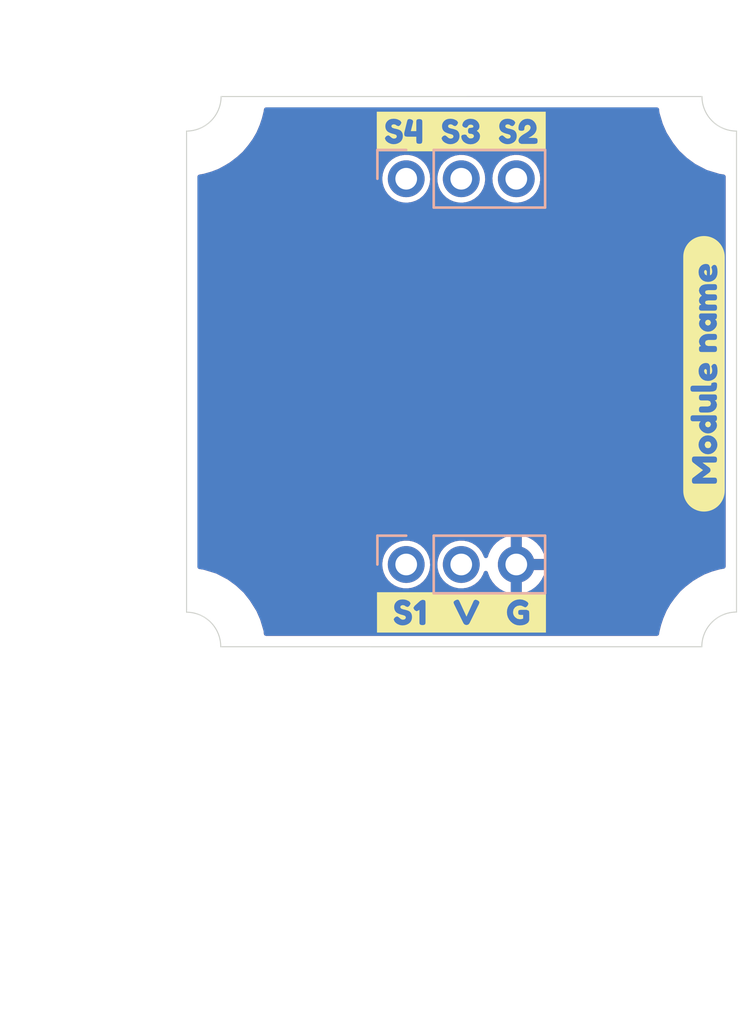
<source format=kicad_pcb>
(kicad_pcb (version 20211014) (generator pcbnew)
  (title_block (title "PRODUCT NAME"))
  (layers (0 "F.Cu" signal) (31 "B.Cu" signal) (34 "B.Paste" user) (35 "F.Paste" user) (36 "B.SilkS" user "B.Silkscreen") (37 "F.SilkS" user "F.Silkscreen") (38 "B.Mask" user) (39 "F.Mask" user) (44 "Edge.Cuts" user))
  (net 0 "")
  (net 1 "GND")
  (net 2 "V")
  (net 3 "S2")
  (net 4 "S1")
  (net 5 "S4")
  (net 6 "S3")
  (footprint "kibuzzard-63E39327" (layer "F.Cu") (at 89.3842 56.8384)
    (fp_text reference "kibuzzard-63E39327" hide)
    (fp_text value "G***" hide)
    (fp_poly (pts (xy -3.567824 -0.930804) (xy -3.898553 -0.930804) (xy -3.898553 0.930804) (xy -3.567824 0.930804) (xy -2.7051 0.930804) (xy -2.7051 0.600075) (xy -2.777728 0.595511) (xy -2.846388 0.581819) (xy -2.954338 0.536575) (xy -3.025775 0.486569) (xy -3.071813 0.43815) (xy -3.0861 0.420688) (xy -3.127375 0.329406) (xy -3.110309 0.282377) (xy -3.059113 0.22225) (xy -2.974975 0.18415) (xy -2.921794 0.203994) (xy -2.85115 0.263525) (xy -2.78765 0.315119) (xy -2.71145 0.339725) (xy -2.629429 0.326319) (xy -2.580217 0.286103) (xy -2.563813 0.219075) (xy -2.604294 0.157956) (xy -2.7051 0.122237) (xy -2.767806 0.107752) (xy -2.835275 0.086519) (xy -2.902744 0.05973) (xy -2.96545 0.028575) (xy -3.020814 -0.014486) (xy -3.066256 -0.076994) (xy -3.096617 -0.156567) (xy -3.106738 -0.250825) (xy -3.095184 -0.33999) (xy -3.060524 -0.421217) (xy -3.002756 -0.494506) (xy -2.925057 -0.552274) (xy -2.830601 -0.586934) (xy -2.719388 -0.598487) (xy -2.628305 -0.592336) (xy -2.545556 -0.573881) (xy -2.436813 -0.523875) (xy -2.397125 -0.493712) (xy -2.347913 -0.415925) (xy -2.386013 -0.328613) (xy -2.440781 -0.269081) (xy -2.497138 -0.249237) (xy -2.579688 -0.280987) (xy -2.597944 -0.296863) (xy -2.62255 -0.3175) (xy -2.707481 -0.338138) (xy -2.793206 -0.313531) (xy -2.827338 -0.245269) (xy -2.786856 -0.174625) (xy -2.68605 -0.138112) (xy -2.622947 -0.126008) (xy -2.554288 -0.108744) (xy -2.485628 -0.086717) (xy -2.422525 -0.060325) (xy -2.367161 -0.021233) (xy -2.321719 0.038894) (xy -2.291358 0.117673) (xy -2.281238 0.212725) (xy -2.291556 0.309761) (xy -2.322513 0.394494) (xy -2.370138 0.464145) (xy -2.430463 0.515938) (xy -2.518128 0.562681) (xy -2.609674 0.590726) (xy -2.7051 0.600075) (xy -2.7051 0.930804) (xy -1.800225 0.930804) (xy -1.800225 0.587375) (xy -1.879997 0.577056) (xy -1.922463 0.5461) (xy -1.937544 0.502444) (xy -1.939925 0.4445) (xy -1.939925 -0.122237) (xy -1.960563 -0.103187) (xy -2.071688 -0.053975) (xy -2.167731 -0.109537) (xy -2.217738 -0.207963) (xy -2.160588 -0.301625) (xy -1.900238 -0.536575) (xy -1.895475 -0.53975) (xy -1.805781 -0.581025) (xy -1.730375 -0.573087) (xy -1.6891 -0.554831) (xy -1.666875 -0.5207) (xy -1.658938 -0.436562) (xy -1.658938 0.447675) (xy -1.661319 0.502444) (xy -1.6764 0.544513) (xy -1.718469 0.576659) (xy -1.800225 0.587375) (xy -1.800225 0.930804) (xy 0.239712 0.930804) (xy 0.239712 0.582613) (xy 0.223838 0.582613) (xy 0.148431 0.561181) (xy 0.09525 0.504825) (xy -0.3429 -0.384175) (xy -0.366713 -0.460375) (xy -0.343297 -0.513556) (xy -0.27305 -0.561975) (xy -0.192881 -0.588963) (xy -0.150813 -0.582613) (xy -0.123825 -0.560388) (xy -0.097631 -0.518319) (xy -0.076398 -0.473869) (xy -0.036513 -0.386556) (xy 0.014486 -0.274439) (xy 0.069056 -0.155575) (xy 0.123825 -0.036711) (xy 0.175419 0.075406) (xy 0.214511 0.160139) (xy 0.231775 0.19685) (xy 0.549275 -0.498475) (xy 0.5715 -0.5461) (xy 0.64135 -0.588963) (xy 0.735012 -0.561975) (xy 0.805259 -0.513556) (xy 0.828675 -0.460375) (xy 0.804862 -0.384175) (xy 0.366712 0.504825) (xy 0.313531 0.561181) (xy 0.239712 0.582613) (xy 0.239712 0.930804) (xy 2.682875 0.930804) (xy 2.682875 0.600075) (xy 2.568476 0.588913) (xy 2.461816 0.555427) (xy 2.362895 0.499616) (xy 2.271712 0.421481) (xy 2.195314 0.327571) (xy 2.140744 0.224433) (xy 2.108002 0.112068) (xy 2.097087 -0.009525) (xy 2.1082 -0.130522) (xy 2.141537 -0.241102) (xy 2.1971 -0.341263) (xy 2.274887 -0.431006) (xy 2.367756 -0.504974) (xy 2.468563 -0.557808) (xy 2.577306 -0.589508) (xy 2.693987 -0.600075) (xy 2.816578 -0.586317) (xy 2.934582 -0.545042) (xy 3.048 -0.47625) (xy 3.090862 -0.405606) (xy 3.05435 -0.315913) (xy 2.995216 -0.252809) (xy 2.941637 -0.231775) (xy 2.8448 -0.275431) (xy 2.771775 -0.308173) (xy 2.68605 -0.319087) (xy 2.572147 -0.297855) (xy 2.471737 -0.234156) (xy 2.401491 -0.136128) (xy 2.378075 -0.011906) (xy 2.388658 0.075053) (xy 2.420408 0.152841) (xy 2.473325 0.221456) (xy 2.574925 0.293489) (xy 2.689225 0.3175) (xy 2.772172 0.310356) (xy 2.846387 0.288925) (xy 2.846387 0.115888) (xy 2.720975 0.115888) (xy 2.651125 0.103188) (xy 2.624138 0.065881) (xy 2.617787 -0.000794) (xy 2.624931 -0.068263) (xy 2.651125 -0.103187) (xy 2.727325 -0.117475) (xy 3.006725 -0.117475) (xy 3.1115 -0.073025) (xy 3.127375 0.015875) (xy 3.127375 0.365125) (xy 3.082925 0.461963) (xy 3.007916 0.522387) (xy 2.916238 0.565547) (xy 2.807891 0.591443) (xy 2.682875 0.600075) (xy 2.682875 0.930804) (xy 3.567824 0.930804) (xy 3.898553 0.930804) (xy 3.898553 -0.930804) (xy 3.567824 -0.930804) (xy -3.567824 -0.930804)) (layer "F.SilkS") (width 0) (fill solid))
  )
  (footprint "kibuzzard-63E392E0" (layer "F.Cu") (at 100.5742 45.8284 90)
    (fp_text reference "kibuzzard-63E392E0" hide)
    (fp_text value "G***" hide)
    (fp_poly (pts (xy 2.220913 0.187325) (xy 2.262188 0.281781) (xy 2.3622 0.32385) (xy 2.459831 0.280987) (xy 2.498725 0.186531) (xy 2.461419 0.090488) (xy 2.361406 0.046037) (xy 2.259806 0.090488) (xy 2.220913 0.187325)) (layer "F.SilkS") (width 0) (fill solid))
    (fp_poly (pts (xy -2.433637 0.282575) (xy -2.333625 0.325438) (xy -2.235994 0.282575) (xy -2.1971 0.188119) (xy -2.234406 0.092075) (xy -2.335212 0.047625) (xy -2.436812 0.091281) (xy -2.474912 0.187325) (xy -2.433637 0.282575)) (layer "F.SilkS") (width 0) (fill solid))
    (fp_poly (pts (xy -3.381375 0.300831) (xy -3.278187 0.339725) (xy -3.173412 0.300037) (xy -3.134122 0.250825) (xy -3.121025 0.182563) (xy -3.133328 0.114697) (xy -3.170237 0.066675) (xy -3.2766 0.028575) (xy -3.382962 0.068263) (xy -3.419872 0.117277) (xy -3.432175 0.184944) (xy -3.419475 0.252413) (xy -3.381375 0.300831)) (layer "F.SilkS") (width 0) (fill solid))
    (fp_poly (pts (xy -5.070475 -0.956204) (xy -5.401204 -0.956204) (xy -5.494928 -0.9516) (xy -5.58775 -0.937831) (xy -5.678776 -0.91503) (xy -5.767128 -0.883417) (xy -5.851956 -0.843297) (xy -5.932443 -0.795055) (xy -6.007814 -0.739156) (xy -6.077343 -0.676138) (xy -6.14036 -0.60661) (xy -6.196259 -0.531239) (xy -6.244501 -0.450752) (xy -6.284622 -0.365923) (xy -6.316234 -0.277571) (xy -6.339035 -0.186546) (xy -6.352804 -0.093724) (xy -6.357408 0) (xy -6.352804 0.093724) (xy -6.339035 0.186546) (xy -6.316234 0.277571) (xy -6.284622 0.365923) (xy -6.244501 0.450752) (xy -6.196259 0.531239) (xy -6.14036 0.60661) (xy -6.077343 0.676138) (xy -6.007814 0.739156) (xy -5.932443 0.795055) (xy -5.851956 0.843297) (xy -5.767128 0.883417) (xy -5.678776 0.91503) (xy -5.58775 0.937831) (xy -5.494928 0.9516) (xy -5.401204 0.956204) (xy -5.070475 0.956204) (xy -3.952875 0.956204) (xy -3.952875 0.60325) (xy -4.0259 0.595313) (xy -4.067175 0.576263) (xy -4.0894 0.544513) (xy -4.097337 0.461963) (xy -4.097337 -0.06985) (xy -4.146153 -0.006152) (xy -4.213225 0.086519) (xy -4.275534 0.173633) (xy -4.310062 0.220663) (xy -4.338637 0.257969) (xy -4.377531 0.286544) (xy -4.444206 0.3048) (xy -4.509294 0.288131) (xy -4.551362 0.255587) (xy -4.564062 0.238125) (xy -4.611291 0.176014) (xy -4.689475 0.069056) (xy -4.761706 -0.030361) (xy -4.791075 -0.06985) (xy -4.791075 0.465137) (xy -4.793456 0.519906) (xy -4.808537 0.560387) (xy -4.8514 0.592534) (xy -4.932362 0.60325) (xy -5.010944 0.592534) (xy -5.053012 0.560387) (xy -5.068094 0.519113) (xy -5.070475 0.461963) (xy -5.070475 -0.4191) (xy -5.068094 -0.473869) (xy -5.053012 -0.515937) (xy -5.01015 -0.546894) (xy -4.929187 -0.557213) (xy -4.855369 -0.546894) (xy -4.814887 -0.525463) (xy -4.805362 -0.515937) (xy -4.445 -0.042862) (xy -4.344225 -0.176022) (xy -4.257802 -0.289751) (xy -4.185729 -0.384048) (xy -4.128008 -0.458915) (xy -4.084637 -0.51435) (xy -4.039195 -0.546497) (xy -3.956844 -0.557213) (xy -3.875683 -0.546497) (xy -3.833812 -0.51435) (xy -3.818731 -0.471488) (xy -3.81635 -0.415925) (xy -3.81635 0.465137) (xy -3.831431 0.552053) (xy -3.876675 0.593725) (xy -3.952875 0.60325) (xy -3.952875 0.956204) (xy -3.2766 0.956204) (xy -3.2766 0.619125) (xy -3.379787 0.606227) (xy -3.4798 0.567531) (xy -3.570486 0.503634) (xy -3.645694 0.415131) (xy -3.696295 0.307777) (xy -3.713162 0.187325) (xy -3.698346 0.067733) (xy -3.653896 -0.037042) (xy -3.579812 -0.127) (xy -3.486679 -0.195792) (xy -3.385079 -0.237067) (xy -3.275012 -0.250825) (xy -3.165122 -0.237155) (xy -3.064051 -0.196144) (xy -2.9718 -0.127794) (xy -2.898599 -0.038276) (xy -2.854678 0.066234) (xy -2.840037 0.185738) (xy -2.857103 0.310158) (xy -2.9083 0.419894) (xy -2.983905 0.508794) (xy -3.074194 0.570706) (xy -3.173611 0.60702) (xy -3.2766 0.619125) (xy -3.2766 0.956204) (xy -2.066131 0.956204) (xy -2.066131 0.60325) (xy -2.152055 0.583803) (xy -2.189162 0.525463) (xy -2.268934 0.582613) (xy -2.3749 0.601663) (xy -2.467328 0.587816) (xy -2.554111 0.546276) (xy -2.63525 0.477044) (xy -2.700514 0.389378) (xy -2.739672 0.292541) (xy -2.752725 0.186531) (xy -2.739584 0.080433) (xy -2.700161 -0.016669) (xy -2.634456 -0.104775) (xy -2.553053 -0.174449) (xy -2.466534 -0.216253) (xy -2.3749 -0.230188) (xy -2.270522 -0.210344) (xy -2.192337 -0.150812) (xy -2.192337 -0.484187) (xy -2.189956 -0.538956) (xy -2.175669 -0.580231) (xy -2.1336 -0.612775) (xy -2.053431 -0.6223) (xy -1.973262 -0.612775) (xy -1.931194 -0.579437) (xy -1.916906 -0.537369) (xy -1.914525 -0.4826) (xy -1.914525 0.465137) (xy -1.916906 0.519906) (xy -1.931987 0.560387) (xy -1.97743 0.592534) (xy -2.066131 0.60325) (xy -2.066131 0.956204) (xy -1.0922 0.956204) (xy -1.0922 0.60325) (xy -1.170384 0.593725) (xy -1.211262 0.56515) (xy -1.227137 0.500063) (xy -1.255712 0.531813) (xy -1.298575 0.566738) (xy -1.41605 0.601663) (xy -1.516856 0.588169) (xy -1.605492 0.547688) (xy -1.681956 0.480219) (xy -1.740605 0.393347) (xy -1.775795 0.294658) (xy -1.787525 0.18415) (xy -1.787525 -0.093663) (xy -1.785144 -0.149225) (xy -1.77165 -0.1905) (xy -1.729581 -0.222647) (xy -1.647825 -0.233363) (xy -1.559719 -0.218281) (xy -1.51765 -0.173037) (xy -1.508125 -0.092075) (xy -1.508125 0.185738) (xy -1.470819 0.287337) (xy -1.370806 0.32385) (xy -1.269206 0.28575) (xy -1.230312 0.185738) (xy -1.230312 -0.09525) (xy -1.227931 -0.150019) (xy -1.21285 -0.192088) (xy -1.171972 -0.223044) (xy -1.090612 -0.233363) (xy -1.010047 -0.222647) (xy -0.968375 -0.1905) (xy -0.954881 -0.148431) (xy -0.9525 -0.093663) (xy -0.9525 0.468313) (xy -0.954881 0.521494) (xy -0.969962 0.561975) (xy -1.012428 0.592931) (xy -1.0922 0.60325) (xy -1.0922 0.956204) (xy -0.4953 0.956204) (xy -0.4953 0.605631) (xy -0.6223 0.598488) (xy -0.723106 0.570309) (xy -0.78105 0.517525) (xy -0.814387 0.416719) (xy -0.8255 0.269875) (xy -0.8255 -0.485775) (xy -0.823119 -0.540544) (xy -0.809625 -0.582613) (xy -0.767556 -0.614759) (xy -0.6858 -0.625475) (xy -0.607219 -0.614759) (xy -0.56515 -0.582613) (xy -0.550069 -0.53975) (xy -0.547687 -0.484187) (xy -0.547687 0.250825) (xy -0.538162 0.323056) (xy -0.496094 0.338138) (xy -0.452437 0.340519) (xy -0.42545 0.354012) (xy -0.3937 0.466725) (xy -0.401637 0.547291) (xy -0.42545 0.588963) (xy -0.4953 0.605631) (xy -0.4953 0.956204) (xy 0.12065 0.956204) (xy 0.12065 0.625475) (xy 0.009724 0.615355) (xy -0.088106 0.584994) (xy -0.169267 0.537964) (xy -0.230187 0.477837) (xy -0.28575 0.388761) (xy -0.319087 0.292982) (xy -0.3302 0.1905) (xy -0.315824 0.066058) (xy -0.272697 -0.040569) (xy -0.200819 -0.129381) (xy -0.107421 -0.195968) (xy 0.000265 -0.23592) (xy 0.122238 -0.249238) (xy 0.225227 -0.239514) (xy 0.313531 -0.210344) (xy 0.387152 -0.161727) (xy 0.446088 -0.093663) (xy 0.486569 -0.007342) (xy 0.500063 0.086519) (xy 0.487958 0.17145) (xy 0.451644 0.230981) (xy 0.344488 0.277813) (xy -0.03175 0.277813) (xy 0.020638 0.352425) (xy 0.125413 0.382588) (xy 0.207566 0.377825) (xy 0.269875 0.363538) (xy 0.287338 0.357188) (xy 0.350838 0.339725) (xy 0.43815 0.411163) (xy 0.458788 0.484187) (xy 0.437654 0.546001) (xy 0.374253 0.590153) (xy 0.268585 0.616645) (xy 0.12065 0.625475) (xy 0.12065 0.956204) (xy 1.700213 0.956204) (xy 1.700213 0.60325) (xy 1.611313 0.588566) (xy 1.570038 0.544513) (xy 1.560513 0.46355) (xy 1.560513 0.18415) (xy 1.523206 0.08255) (xy 1.423194 0.046037) (xy 1.321594 0.084138) (xy 1.2827 0.18415) (xy 1.2827 0.465137) (xy 1.280319 0.519906) (xy 1.265238 0.560387) (xy 1.224359 0.592534) (xy 1.143 0.60325) (xy 1.062434 0.592534) (xy 1.020763 0.560387) (xy 1.007269 0.518319) (xy 1.004888 0.46355) (xy 1.004888 -0.098425) (xy 1.007269 -0.151606) (xy 1.02235 -0.192088) (xy 1.064022 -0.221853) (xy 1.144588 -0.231775) (xy 1.222772 -0.222647) (xy 1.26365 -0.195263) (xy 1.279525 -0.130175) (xy 1.3081 -0.161925) (xy 1.350963 -0.195263) (xy 1.470025 -0.231775) (xy 1.569949 -0.218281) (xy 1.658056 -0.1778) (xy 1.734344 -0.110331) (xy 1.792993 -0.02346) (xy 1.828183 0.07523) (xy 1.839913 0.185738) (xy 1.839913 0.465137) (xy 1.837531 0.519906) (xy 1.824038 0.560387) (xy 1.781969 0.592534) (xy 1.700213 0.60325) (xy 1.700213 0.956204) (xy 2.661444 0.956204) (xy 2.661444 0.601663) (xy 2.545556 0.580231) (xy 2.511425 0.517525) (xy 2.433042 0.580628) (xy 2.315369 0.601663) (xy 2.226028 0.587728) (xy 2.141097 0.545924) (xy 2.060575 0.47625) (xy 1.995311 0.388144) (xy 1.956153 0.291042) (xy 1.9431 0.184944) (xy 1.956241 0.078934) (xy 1.995664 -0.017903) (xy 2.061369 -0.105569) (xy 2.142772 -0.174801) (xy 2.229291 -0.216341) (xy 2.320925 -0.230188) (xy 2.41935 -0.211138) (xy 2.481263 -0.175419) (xy 2.509838 -0.142875) (xy 2.545953 -0.20955) (xy 2.63525 -0.231775) (xy 2.727325 -0.22225) (xy 2.769394 -0.188912) (xy 2.783681 -0.146844) (xy 2.786063 -0.092075) (xy 2.786063 0.46355) (xy 2.783681 0.518319) (xy 2.770188 0.560387) (xy 2.731889 0.591344) (xy 2.661444 0.601663) (xy 2.661444 0.956204) (xy 3.997325 0.956204) (xy 3.997325 0.604838) (xy 3.916759 0.593725) (xy 3.875088 0.560387) (xy 3.861594 0.518319) (xy 3.859213 0.46355) (xy 3.859213 0.185738) (xy 3.834606 0.082153) (xy 3.760788 0.047625) (xy 3.685381 0.084138) (xy 3.665538 0.187325) (xy 3.665538 0.465137) (xy 3.663156 0.5207) (xy 3.648075 0.561975) (xy 3.606006 0.594122) (xy 3.52425 0.604838) (xy 3.443684 0.593725) (xy 3.402013 0.560387) (xy 3.388519 0.518319) (xy 3.386138 0.46355) (xy 3.386138 0.185738) (xy 3.361531 0.082153) (xy 3.287713 0.047625) (xy 3.216275 0.082153) (xy 3.192463 0.185738) (xy 3.192463 0.466725) (xy 3.190081 0.521494) (xy 3.175 0.563563) (xy 3.132138 0.594519) (xy 3.051175 0.604838) (xy 2.970609 0.594122) (xy 2.928938 0.561975) (xy 2.915444 0.5207) (xy 2.913063 0.465137) (xy 2.913063 -0.093663) (xy 2.915444 -0.148431) (xy 2.930525 -0.188912) (xy 2.970609 -0.221059) (xy 3.043238 -0.231775) (xy 3.159125 -0.2032) (xy 3.186113 -0.12065) (xy 3.268266 -0.205184) (xy 3.3655 -0.233363) (xy 3.464278 -0.218017) (xy 3.544711 -0.171979) (xy 3.6068 -0.09525) (xy 3.648869 -0.145256) (xy 3.72745 -0.202406) (xy 3.838575 -0.233363) (xy 3.955256 -0.208955) (xy 4.0513 -0.135731) (xy 4.098925 -0.056444) (xy 4.1275 0.051241) (xy 4.137025 0.187325) (xy 4.137025 0.465137) (xy 4.134644 0.519906) (xy 4.119563 0.561975) (xy 4.078684 0.594122) (xy 3.997325 0.604838) (xy 3.997325 0.956204) (xy 4.691063 0.956204) (xy 4.691063 0.625475) (xy 4.580136 0.615355) (xy 4.482306 0.584994) (xy 4.401145 0.537964) (xy 4.340225 0.477837) (xy 4.284663 0.388761) (xy 4.251325 0.292982) (xy 4.240213 0.1905) (xy 4.254588 0.066058) (xy 4.297715 -0.040569) (xy 4.369594 -0.129381) (xy 4.462992 -0.195968) (xy 4.570677 -0.23592) (xy 4.69265 -0.249238) (xy 4.795639 -0.239514) (xy 4.883944 -0.210344) (xy 4.957564 -0.161727) (xy 5.0165 -0.093663) (xy 5.056981 -0.007342) (xy 5.070475 0.086519) (xy 5.05837 0.17145) (xy 5.022056 0.230981) (xy 4.9149 0.277813) (xy 4.538663 0.277813) (xy 4.59105 0.352425) (xy 4.695825 0.382588) (xy 4.777978 0.377825) (xy 4.840288 0.363538) (xy 4.85775 0.357188) (xy 4.92125 0.339725) (xy 5.008563 0.411163) (xy 5.0292 0.484187) (xy 5.008066 0.546001) (xy 4.944666 0.590153) (xy 4.838998 0.616645) (xy 4.691063 0.625475) (xy 4.691063 0.956204) (xy 5.070475 0.956204) (xy 5.401204 0.956204) (xy 5.494929 0.9516) (xy 5.58775 0.937831) (xy 5.678776 0.91503) (xy 5.767128 0.883417) (xy 5.851956 0.843297) (xy 5.932443 0.795055) (xy 6.007814 0.739156) (xy 6.077343 0.676138) (xy 6.14036 0.606609) (xy 6.196259 0.531239) (xy 6.244501 0.450751) (xy 6.284622 0.365923) (xy 6.316234 0.277571) (xy 6.339035 0.186546) (xy 6.352804 0.093724) (xy 6.357408 0) (xy 6.352804 -0.093724) (xy 6.339035 -0.186546) (xy 6.316234 -0.277571) (xy 6.284622 -0.365923) (xy 6.244501 -0.450751) (xy 6.196259 -0.531239) (xy 6.14036 -0.606609) (xy 6.077343 -0.676138) (xy 6.007814 -0.739156) (xy 5.932443 -0.795055) (xy 5.851956 -0.843297) (xy 5.767128 -0.883417) (xy 5.678776 -0.91503) (xy 5.58775 -0.937831) (xy 5.494929 -0.9516) (xy 5.401204 -0.956204) (xy 5.070475 -0.956204) (xy -5.070475 -0.956204)) (layer "F.SilkS") (width 0) (fill solid))
    (fp_poly (pts (xy 4.735513 0.13335) (xy 4.795838 0.08255) (xy 4.768056 0.023812) (xy 4.688681 0.001587) (xy 4.586288 0.043656) (xy 4.535488 0.13335) (xy 4.735513 0.13335)) (layer "F.SilkS") (width 0) (fill solid))
    (fp_poly (pts (xy 0.1651 0.13335) (xy 0.225425 0.08255) (xy 0.197644 0.023812) (xy 0.118269 0.001587) (xy 0.015875 0.043656) (xy -0.034925 0.13335) (xy 0.1651 0.13335)) (layer "F.SilkS") (width 0) (fill solid))
  )
  (footprint "kibuzzard-63E393AD" (layer "F.Cu") (at 89.3742 34.6484)
    (fp_text reference "kibuzzard-63E393AD" hide)
    (fp_text value "G***" hide)
    (fp_poly (pts (xy -3.574438 -0.913744) (xy -3.898553 -0.913744) (xy -3.898553 0.913744) (xy -3.574438 0.913744) (xy -3.109944 0.913744) (xy -3.109944 0.584962) (xy -3.18112 0.580489) (xy -3.248406 0.567071) (xy -3.354197 0.522732) (xy -3.424206 0.473726) (xy -3.469323 0.426276) (xy -3.483324 0.409162) (xy -3.523774 0.319707) (xy -3.507049 0.273618) (xy -3.456877 0.214693) (xy -3.374422 0.177355) (xy -3.322304 0.196802) (xy -3.253073 0.255143) (xy -3.190843 0.305705) (xy -3.116167 0.329819) (xy -3.035787 0.316682) (xy -2.987559 0.277269) (xy -2.971483 0.211582) (xy -3.011154 0.151686) (xy -3.109944 0.116681) (xy -3.171396 0.102485) (xy -3.237516 0.081677) (xy -3.303635 0.055424) (xy -3.365087 0.024892) (xy -3.419344 -0.017308) (xy -3.463877 -0.078565) (xy -3.493631 -0.156547) (xy -3.503549 -0.24892) (xy -3.492227 -0.336301) (xy -3.458259 -0.415904) (xy -3.401647 -0.487728) (xy -3.325502 -0.54434) (xy -3.232935 -0.578307) (xy -3.123946 -0.589629) (xy -3.034685 -0.583601) (xy -2.953591 -0.565515) (xy -2.847023 -0.516509) (xy -2.808129 -0.48695) (xy -2.759901 -0.410718) (xy -2.797239 -0.325152) (xy -2.850912 -0.266811) (xy -2.906141 -0.247364) (xy -2.98704 -0.278479) (xy -3.004931 -0.294037) (xy -3.029045 -0.314262) (xy -3.112278 -0.334486) (xy -3.196288 -0.310372) (xy -3.229737 -0.243475) (xy -3.190065 -0.174244) (xy -3.091275 -0.138462) (xy -3.029434 -0.126599) (xy -2.962148 -0.10968) (xy -2.894862 -0.088094) (xy -2.833021 -0.06223) (xy -2.778764 -0.02392) (xy -2.734231 0.035004) (xy -2.704477 0.112208) (xy -2.694559 0.205359) (xy -2.704671 0.300454) (xy -2.735009 0.383492) (xy -2.781681 0.451751) (xy -2.8408 0.502507) (xy -2.926711 0.548315) (xy -3.016426 0.5758) (xy -3.109944 0.584962) (xy -3.109944 0.913744) (xy -1.932242 0.913744) (xy -1.932242 0.567849) (xy -2.003806 0.56007) (xy -2.044256 0.541401) (xy -2.06448 0.510286) (xy -2.073815 0.429387) (xy -2.073815 0.239585) (xy -2.495423 0.239585) (xy -2.582156 0.224806) (xy -2.62455 0.180467) (xy -2.632329 0.11357) (xy -2.627662 0.05134) (xy -2.498535 -0.469837) (xy -2.482199 -0.524288) (xy -2.454196 -0.56007) (xy -2.400522 -0.577183) (xy -2.328958 -0.566293) (xy -2.247281 -0.526621) (xy -2.220055 -0.466725) (xy -2.230946 -0.401384) (xy -2.232501 -0.396716) (xy -2.327402 -0.017113) (xy -2.073815 -0.017113) (xy -2.073815 -0.441833) (xy -2.071481 -0.494729) (xy -2.056702 -0.533622) (xy -2.013918 -0.563959) (xy -1.934575 -0.572516) (xy -1.85601 -0.562404) (xy -1.814005 -0.529733) (xy -1.799225 -0.488506) (xy -1.796891 -0.434054) (xy -1.796891 0.430943) (xy -1.811671 0.520398) (xy -1.856788 0.558514) (xy -1.932242 0.567849) (xy -1.932242 0.913744) (xy -0.494729 0.913744) (xy -0.494729 0.584962) (xy -0.565904 0.580489) (xy -0.63319 0.567071) (xy -0.738981 0.522732) (xy -0.80899 0.473726) (xy -0.854107 0.426276) (xy -0.868109 0.409162) (xy -0.908558 0.319707) (xy -0.891834 0.273618) (xy -0.841661 0.214693) (xy -0.759206 0.177355) (xy -0.707088 0.196802) (xy -0.637858 0.255143) (xy -0.575628 0.305705) (xy -0.500952 0.329819) (xy -0.420571 0.316682) (xy -0.372343 0.277269) (xy -0.356267 0.211582) (xy -0.395938 0.151686) (xy -0.494729 0.116681) (xy -0.556181 0.102485) (xy -0.6223 0.081677) (xy -0.688419 0.055424) (xy -0.749872 0.024892) (xy -0.804128 -0.017308) (xy -0.848662 -0.078565) (xy -0.878415 -0.156547) (xy -0.888333 -0.24892) (xy -0.877011 -0.336301) (xy -0.843044 -0.415904) (xy -0.786432 -0.487728) (xy -0.710286 -0.54434) (xy -0.617719 -0.578307) (xy -0.50873 -0.589629) (xy -0.419469 -0.583601) (xy -0.338376 -0.565515) (xy -0.231807 -0.516509) (xy -0.192913 -0.48695) (xy -0.144685 -0.410718) (xy -0.182023 -0.325152) (xy -0.235696 -0.266811) (xy -0.290925 -0.247364) (xy -0.371824 -0.278479) (xy -0.389715 -0.294037) (xy -0.41383 -0.314262) (xy -0.497062 -0.334486) (xy -0.581073 -0.310372) (xy -0.614521 -0.243475) (xy -0.57485 -0.174244) (xy -0.47606 -0.138462) (xy -0.414218 -0.126599) (xy -0.346932 -0.10968) (xy -0.279646 -0.088094) (xy -0.217805 -0.06223) (xy -0.163548 -0.02392) (xy -0.119015 0.035004) (xy -0.089261 0.112208) (xy -0.079343 0.205359) (xy -0.089456 0.300454) (xy -0.119793 0.383492) (xy -0.166465 0.451751) (xy -0.225584 0.502507) (xy -0.311496 0.548315) (xy -0.401211 0.5758) (xy -0.494729 0.584962) (xy -0.494729 0.913744) (xy 0.429387 0.913744) (xy 0.429387 0.589629) (xy 0.311841 0.577529) (xy 0.208125 0.541228) (xy 0.118237 0.480727) (xy 0.074287 0.43211) (xy 0.035782 0.370268) (xy 0.018669 0.329819) (xy 0.015557 0.314261) (xy -0.001556 0.230251) (xy 0.03656 0.162576) (xy 0.150908 0.140017) (xy 0.233363 0.155575) (xy 0.280035 0.236474) (xy 0.365601 0.31115) (xy 0.430943 0.320484) (xy 0.502507 0.312122) (xy 0.552291 0.287036) (xy 0.591185 0.211582) (xy 0.553069 0.137684) (xy 0.462836 0.105791) (xy 0.392049 0.102679) (xy 0.351599 0.087122) (xy 0.320096 0.047061) (xy 0.309594 -0.032671) (xy 0.323985 -0.119404) (xy 0.367157 -0.161798) (xy 0.448056 -0.169577) (xy 0.536734 -0.184745) (xy 0.566293 -0.230251) (xy 0.535178 -0.292481) (xy 0.448834 -0.32204) (xy 0.360934 -0.303371) (xy 0.320484 -0.266033) (xy 0.31115 -0.247364) (xy 0.267589 -0.189024) (xy 0.208471 -0.169577) (xy 0.122904 -0.19758) (xy 0.064564 -0.246197) (xy 0.045117 -0.301816) (xy 0.080899 -0.407607) (xy 0.115125 -0.456613) (xy 0.179689 -0.518065) (xy 0.282369 -0.566293) (xy 0.352183 -0.582628) (xy 0.429387 -0.588074) (xy 0.54797 -0.575973) (xy 0.648575 -0.539672) (xy 0.731202 -0.479171) (xy 0.792568 -0.403544) (xy 0.829388 -0.321867) (xy 0.841661 -0.23414) (xy 0.828178 -0.151772) (xy 0.787728 -0.086171) (xy 0.720312 -0.037338) (xy 0.720312 -0.026448) (xy 0.766207 0.007001) (xy 0.815213 0.057563) (xy 0.853718 0.127571) (xy 0.866553 0.206915) (xy 0.852724 0.311409) (xy 0.811237 0.402939) (xy 0.742093 0.481505) (xy 0.652032 0.541574) (xy 0.547797 0.577615) (xy 0.429387 0.589629) (xy 0.429387 0.913744) (xy 2.145379 0.913744) (xy 2.145379 0.584962) (xy 2.074204 0.580489) (xy 2.006917 0.567071) (xy 1.901126 0.522732) (xy 1.831118 0.473726) (xy 1.786001 0.426276) (xy 1.771999 0.409162) (xy 1.73155 0.319707) (xy 1.748274 0.273618) (xy 1.798447 0.214693) (xy 1.880902 0.177355) (xy 1.933019 0.196802) (xy 2.00225 0.255143) (xy 2.06448 0.305705) (xy 2.139156 0.329819) (xy 2.219537 0.316682) (xy 2.267765 0.277269) (xy 2.283841 0.211582) (xy 2.244169 0.151686) (xy 2.145379 0.116681) (xy 2.083927 0.102485) (xy 2.017808 0.081677) (xy 1.951688 0.055424) (xy 1.890236 0.024892) (xy 1.835979 -0.017308) (xy 1.791446 -0.078565) (xy 1.761692 -0.156547) (xy 1.751775 -0.24892) (xy 1.763097 -0.336301) (xy 1.797064 -0.415904) (xy 1.853676 -0.487728) (xy 1.929821 -0.54434) (xy 2.022389 -0.578307) (xy 2.131378 -0.589629) (xy 2.220639 -0.583601) (xy 2.301732 -0.565515) (xy 2.408301 -0.516509) (xy 2.447195 -0.48695) (xy 2.495423 -0.410718) (xy 2.458085 -0.325152) (xy 2.404412 -0.266811) (xy 2.349183 -0.247364) (xy 2.268283 -0.278479) (xy 2.250392 -0.294037) (xy 2.226278 -0.314262) (xy 2.143046 -0.334486) (xy 2.059035 -0.310372) (xy 2.025586 -0.243475) (xy 2.065258 -0.174244) (xy 2.164048 -0.138462) (xy 2.225889 -0.126599) (xy 2.293176 -0.10968) (xy 2.360462 -0.088094) (xy 2.422303 -0.06223) (xy 2.47656 -0.02392) (xy 2.521093 0.035004) (xy 2.550847 0.112208) (xy 2.560764 0.205359) (xy 2.550652 0.300454) (xy 2.520315 0.383492) (xy 2.473643 0.451751) (xy 2.414524 0.502507) (xy 2.328612 0.548315) (xy 2.238897 0.5758) (xy 2.145379 0.584962) (xy 2.145379 0.913744) (xy 3.383756 0.913744) (xy 3.383756 0.572516) (xy 2.775458 0.572516) (xy 2.679002 0.530511) (xy 2.638552 0.432498) (xy 2.653137 0.351794) (xy 2.696893 0.277701) (xy 2.761262 0.211971) (xy 2.837688 0.156353) (xy 2.920143 0.10618) (xy 3.002598 0.056785) (xy 3.079024 0.004473) (xy 3.143393 -0.054451) (xy 3.187148 -0.118626) (xy 3.201734 -0.18669) (xy 3.190843 -0.226362) (xy 3.166729 -0.268367) (xy 3.125502 -0.298704) (xy 3.047714 -0.312706) (xy 2.96137 -0.276146) (xy 2.920143 -0.203803) (xy 2.91392 -0.168021) (xy 2.91392 -0.158687) (xy 2.911586 -0.107347) (xy 2.896807 -0.068453) (xy 2.854801 -0.04045) (xy 2.775458 -0.031115) (xy 2.688725 -0.045895) (xy 2.646331 -0.090234) (xy 2.638552 -0.169577) (xy 2.65143 -0.273726) (xy 2.690065 -0.370441) (xy 2.754455 -0.459724) (xy 2.839676 -0.531029) (xy 2.9408 -0.573812) (xy 3.057827 -0.588074) (xy 3.17494 -0.57364) (xy 3.276323 -0.530338) (xy 3.361976 -0.458168) (xy 3.426799 -0.367503) (xy 3.465692 -0.268713) (xy 3.478657 -0.161798) (xy 3.468934 -0.075454) (xy 3.439763 0.006223) (xy 3.39698 0.077787) (xy 3.346418 0.133794) (xy 3.237516 0.21975) (xy 3.141059 0.272256) (xy 3.102166 0.287814) (xy 3.102166 0.295592) (xy 3.386868 0.295592) (xy 3.477879 0.310372) (xy 3.514439 0.355489) (xy 3.523774 0.434832) (xy 3.513661 0.513397) (xy 3.480213 0.553847) (xy 3.383756 0.572516) (xy 3.383756 0.913744) (xy 3.574438 0.913744) (xy 3.898553 0.913744) (xy 3.898553 -0.913744) (xy 3.574438 -0.913744) (xy -3.574438 -0.913744)) (layer "F.SilkS") (width 0) (fill solid))
  )
  (footprint "Connector_PinHeader_2.54mm:PinHeader_1x03_P2.54mm_Vertical" (layer "B.Cu") (at 86.8342 36.8284 -90)
    (property "Reference" "J1")
    (property "Value" "UP (A)")
    (fp_text reference "J1" hide)
    (fp_text value "UP")
    (fp_line (start -1.33 1.33) (end 0 1.33) (layer "B.SilkS") (width 0.12))
    (fp_line (start -1.33 -1.27) (end 1.33 -1.27) (layer "B.SilkS") (width 0.12))
    (fp_line (start -1.33 -6.41) (end 1.33 -6.41) (layer "B.SilkS") (width 0.12))
    (fp_line (start -1.33 -1.27) (end -1.33 -6.41) (layer "B.SilkS") (width 0.12))
    (fp_line (start -1.33 0) (end -1.33 1.33) (layer "B.SilkS") (width 0.12))
    (fp_line (start 1.33 -1.27) (end 1.33 -6.41) (layer "B.SilkS") (width 0.12))
    (pad "1" thru_hole oval (at 0 0 270) (size 1.7 1.7) (drill 1) (layers *.Cu *.Mask) (net 5 "S4"))
    (pad "2" thru_hole oval (at 0 -2.54 270) (size 1.7 1.7) (drill 1) (layers *.Cu *.Mask) (net 6 "S3"))
    (pad "3" thru_hole oval (at 0 -5.08 270) (size 1.7 1.7) (drill 1) (layers *.Cu *.Mask) (net 3 "S2"))
  )
  (footprint "Connector_PinHeader_2.54mm:PinHeader_1x03_P2.54mm_Vertical" (layer "B.Cu") (at 86.8342 54.6284 -90)
    (property "Reference" "J2")
    (property "Value" "DOWN (A)")
    (fp_text reference "J2" hide)
    (fp_text value "DOWN")
    (fp_line (start -1.33 -6.41) (end 1.33 -6.41) (layer "B.SilkS") (width 0.12))
    (fp_line (start -1.33 0) (end -1.33 1.33) (layer "B.SilkS") (width 0.12))
    (fp_line (start -1.33 1.33) (end 0 1.33) (layer "B.SilkS") (width 0.12))
    (fp_line (start -1.33 -1.27) (end -1.33 -6.41) (layer "B.SilkS") (width 0.12))
    (fp_line (start -1.33 -1.27) (end 1.33 -1.27) (layer "B.SilkS") (width 0.12))
    (fp_line (start 1.33 -1.27) (end 1.33 -6.41) (layer "B.SilkS") (width 0.12))
    (pad "1" thru_hole oval (at 0 0 270) (size 1.7 1.7) (drill 1) (layers *.Cu *.Mask) (net 4 "S1"))
    (pad "2" thru_hole oval (at 0 -2.54 270) (size 1.7 1.7) (drill 1) (layers *.Cu *.Mask) (net 2 "V"))
    (pad "3" thru_hole oval (at 0 -5.08 270) (size 1.7 1.7) (drill 1) (layers *.Cu *.Mask) (net 1 "GND"))
  )
  (gr_line (start 102.0754 34.6286) (end 102.0754 56.8234) (layer "Edge.Cuts") (width 0.05))
  (gr_line (start 76.6992 34.6284) (end 76.6992 56.829712) (layer "Edge.Cuts") (width 0.05))
  (gr_line (start 78.2742 58.4234) (end 100.4752 58.4236) (layer "Edge.Cuts") (width 0.05))
  (gr_arc (start 100.4752 58.4236) (mid 100.943888 57.292088) (end 102.0754 56.8234) (layer "Edge.Cuts") (width 0.05))
  (gr_arc (start 78.292888 33.034712) (mid 77.824209 34.159717) (end 76.6992 34.6284) (layer "Edge.Cuts") (width 0.05))
  (gr_arc (start 102.0754 34.6286) (mid 100.950383 34.159926) (end 100.481712 33.034912) (layer "Edge.Cuts") (width 0.05))
  (gr_line (start 100.481712 33.034912) (end 78.292888 33.034712) (layer "Edge.Cuts") (width 0.05))
  (gr_arc (start 76.6992 56.829712) (mid 77.817618 57.299535) (end 78.2742 58.4234) (layer "Edge.Cuts") (width 0.05))
  (gr_text "" (at 69.2742 75.4784 180) (layer "F.SilkS") (effects (font (size 1.27 1.27) (thickness 0.2))))
  (zone (net 0) (net_name "") (layers F&B.Cu) (connect_pads (clearance 0)) (min_thickness 0.254)
    (keepout (tracks not_allowed) (vias not_allowed) (pads allowed) (copperpour not_allowed) (footprints allowed))
    (fill (thermal_gap 0.508) (thermal_bridge_width 0.508))
    (polygon (pts (xy 76.6696 54.7654) (xy 76.9744 54.7908) (xy 77.4824 54.867) (xy 78.0666 55.0448) (xy 78.6 55.3242) (xy 78.981 55.6036) (xy 79.3366 55.9338) (xy 79.616 56.2894) (xy 79.9208 56.772) (xy 80.0986 57.1784) (xy 80.251 57.6864) (xy 80.3018 58.169) (xy 80.3272 58.4484) (xy 76.6696 58.4484)))
  )
  (zone (net 0) (net_name "") (layers F&B.Cu) (connect_pads (clearance 0)) (min_thickness 0.254)
    (keepout (tracks not_allowed) (vias not_allowed) (pads allowed) (copperpour not_allowed) (footprints allowed))
    (fill (thermal_gap 0.508) (thermal_bridge_width 0.508))
    (polygon (pts (xy 102.1004 58.437) (xy 98.4428 58.437) (xy 98.4682 58.056) (xy 98.519 57.7258) (xy 98.5952 57.421) (xy 98.6968 57.1162) (xy 98.8492 56.7606) (xy 99.027 56.4558) (xy 99.2302 56.1764) (xy 99.4842 55.8716) (xy 99.7382 55.643) (xy 100.0684 55.389) (xy 100.3224 55.2366) (xy 100.6018 55.0842) (xy 100.932 54.9572) (xy 101.2876 54.8556) (xy 101.7194 54.7794) (xy 102.1004 54.754)))
  )
  (zone (net 0) (net_name "") (layers F&B.Cu) (connect_pads (clearance 0)) (min_thickness 0.254)
    (keepout (tracks not_allowed) (vias not_allowed) (pads allowed) (copperpour not_allowed) (footprints allowed))
    (fill (thermal_gap 0.508) (thermal_bridge_width 0.508))
    (polygon (pts (xy 76.6728 33.020287) (xy 80.3304 33.020287) (xy 80.305 33.401287) (xy 80.2542 33.731487) (xy 80.178 34.036287) (xy 80.0764 34.341087) (xy 79.924 34.696687) (xy 79.7462 35.001487) (xy 79.543 35.280887) (xy 79.289 35.585687) (xy 79.035 35.814287) (xy 78.7048 36.068287) (xy 78.4508 36.220687) (xy 78.1714 36.373087) (xy 77.8412 36.500087) (xy 77.4856 36.601687) (xy 77.0538 36.677887) (xy 76.6728 36.703287)))
  )
  (zone (net 0) (net_name "") (layers F&B.Cu) (connect_pads (clearance 0)) (min_thickness 0.254)
    (keepout (tracks not_allowed) (vias not_allowed) (pads allowed) (copperpour not_allowed) (footprints allowed))
    (fill (thermal_gap 0.508) (thermal_bridge_width 0.508))
    (polygon (pts (xy 102.1004 36.704512) (xy 101.7956 36.679112) (xy 101.2876 36.602912) (xy 100.7034 36.425112) (xy 100.17 36.145712) (xy 99.789 35.866312) (xy 99.4334 35.536112) (xy 99.154 35.180512) (xy 98.8492 34.697912) (xy 98.6714 34.291512) (xy 98.519 33.783512) (xy 98.4682 33.300912) (xy 98.4428 33.021512) (xy 102.1004 33.021512)))
  )
  (zone (net 1) (net_name "GND") (layers F&B.Cu) (connect_pads (clearance 0)) (min_thickness 0.2) (fill yes (thermal_gap 0.508) (thermal_bridge_width 0.508) (smoothing fillet) (radius 0.5))
    (polygon (pts (xy 102.8542 58.9784) (xy 75.9542 58.9784) (xy 75.9542 32.3784) (xy 102.8542 32.3784)))
  )
)
</source>
